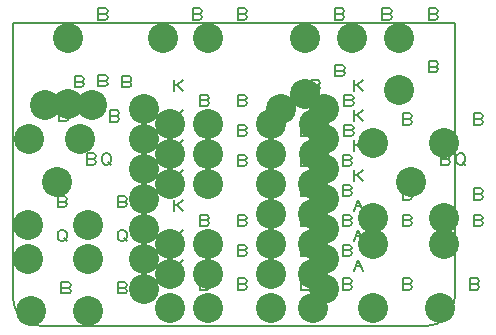
<source format=gbr>
G04 DesignSpark PCB Gerber Version 11.0 Build 5877*
G04 #@! TF.Part,Single*
G04 #@! TF.FileFunction,Drillmap*
G04 #@! TF.FilePolarity,Positive*
%FSLAX35Y35*%
%MOIN*%
%ADD12C,0.00500*%
G04 #@! TA.AperFunction,ViaPad*
%ADD25C,0.10000*%
G04 #@! TD.AperFunction*
X0Y0D02*
D02*
D12*
X56348Y32598D02*
G75*
G02*
X46348Y42598I0J10000D01*
G01*
Y133848D01*
X193848D01*
Y42598D01*
G75*
G02*
X183848Y32598I-10000J0D01*
G01*
X56348D01*
X61348Y62286D02*
Y63536D01*
X61661Y64161D01*
X61974Y64474D01*
X62598Y64786D01*
X63224D01*
X63848Y64474D01*
X64161Y64161D01*
X64474Y63536D01*
Y62286D01*
X64161Y61661D01*
X63848Y61348D01*
X63224Y61036D01*
X62598D01*
X61974Y61348D01*
X61661Y61661D01*
X61348Y62286D01*
X63536Y61974D02*
X64474Y61036D01*
X63536Y74161D02*
X64161Y73848D01*
X64474Y73224D01*
X64161Y72598D01*
X63536Y72286D01*
X61348D01*
Y76036D01*
X63536D01*
X64161Y75724D01*
X64474Y75098D01*
X64161Y74474D01*
X63536Y74161D01*
X61348D01*
X64152Y102911D02*
X64777Y102598D01*
X65090Y101974D01*
X64777Y101348D01*
X64152Y101036D01*
X61965D01*
Y104786D01*
X64152D01*
X64777Y104474D01*
X65090Y103848D01*
X64777Y103224D01*
X64152Y102911D01*
X61965D01*
X64786Y45411D02*
X65411Y45098D01*
X65724Y44474D01*
X65411Y43848D01*
X64786Y43536D01*
X62598D01*
Y47286D01*
X64786D01*
X65411Y46974D01*
X65724Y46348D01*
X65411Y45724D01*
X64786Y45411D01*
X62598D01*
X69292Y114161D02*
X69917Y113848D01*
X70230Y113224D01*
X69917Y112598D01*
X69292Y112286D01*
X67104D01*
Y116036D01*
X69292D01*
X69917Y115724D01*
X70230Y115098D01*
X69917Y114474D01*
X69292Y114161D01*
X67104D01*
X73231Y88331D02*
X73856Y88019D01*
X74169Y87394D01*
X73856Y86769D01*
X73231Y86456D01*
X71043D01*
Y90206D01*
X73231D01*
X73856Y89894D01*
X74169Y89269D01*
X73856Y88644D01*
X73231Y88331D01*
X71043D01*
X76043Y87706D02*
Y88956D01*
X76356Y89581D01*
X76669Y89894D01*
X77293Y90206D01*
X77919D01*
X78543Y89894D01*
X78856Y89581D01*
X79169Y88956D01*
Y87706D01*
X78856Y87081D01*
X78543Y86769D01*
X77919Y86456D01*
X77293D01*
X76669Y86769D01*
X76356Y87081D01*
X76043Y87706D01*
X78231Y87394D02*
X79169Y86456D01*
X77131Y114419D02*
X77757Y114107D01*
X78069Y113482D01*
X77757Y112857D01*
X77131Y112544D01*
X74944D01*
Y116294D01*
X77131D01*
X77757Y115982D01*
X78069Y115357D01*
X77757Y114732D01*
X77131Y114419D01*
X74944D01*
X77131Y136661D02*
X77757Y136348D01*
X78069Y135724D01*
X77757Y135098D01*
X77131Y134786D01*
X74944D01*
Y138536D01*
X77131D01*
X77757Y138224D01*
X78069Y137598D01*
X77757Y136974D01*
X77131Y136661D01*
X74944D01*
X81036Y102688D02*
X81661Y102375D01*
X81974Y101750D01*
X81661Y101125D01*
X81036Y100813D01*
X78848D01*
Y104563D01*
X81036D01*
X81661Y104250D01*
X81974Y103625D01*
X81661Y103000D01*
X81036Y102688D01*
X78848D01*
X83536Y45411D02*
X84161Y45098D01*
X84474Y44474D01*
X84161Y43848D01*
X83536Y43536D01*
X81348D01*
Y47286D01*
X83536D01*
X84161Y46974D01*
X84474Y46348D01*
X84161Y45724D01*
X83536Y45411D01*
X81348D01*
Y62286D02*
Y63536D01*
X81661Y64161D01*
X81974Y64474D01*
X82598Y64786D01*
X83224D01*
X83848Y64474D01*
X84161Y64161D01*
X84474Y63536D01*
Y62286D01*
X84161Y61661D01*
X83848Y61348D01*
X83224Y61036D01*
X82598D01*
X81974Y61348D01*
X81661Y61661D01*
X81348Y62286D01*
X83536Y61974D02*
X84474Y61036D01*
X83536Y74161D02*
X84161Y73848D01*
X84474Y73224D01*
X84161Y72598D01*
X83536Y72286D01*
X81348D01*
Y76036D01*
X83536D01*
X84161Y75724D01*
X84474Y75098D01*
X84161Y74474D01*
X83536Y74161D01*
X81348D01*
X85040Y114161D02*
X85665Y113848D01*
X85978Y113224D01*
X85665Y112598D01*
X85040Y112286D01*
X82852D01*
Y116036D01*
X85040D01*
X85665Y115724D01*
X85978Y115098D01*
X85665Y114474D01*
X85040Y114161D01*
X82852D01*
X100098Y51036D02*
Y54786D01*
Y52911D02*
X101036D01*
X103224Y54786D01*
X101036Y52911D02*
X103224Y51036D01*
X100098Y61036D02*
Y64786D01*
Y62911D02*
X101036D01*
X103224Y64786D01*
X101036Y62911D02*
X103224Y61036D01*
X100098Y71036D02*
Y74786D01*
Y72911D02*
X101036D01*
X103224Y74786D01*
X101036Y72911D02*
X103224Y71036D01*
X100098Y81036D02*
Y84786D01*
Y82911D02*
X101036D01*
X103224Y84786D01*
X101036Y82911D02*
X103224Y81036D01*
X100098Y91036D02*
Y94786D01*
Y92911D02*
X101036D01*
X103224Y94786D01*
X101036Y92911D02*
X103224Y91036D01*
X100098Y101036D02*
Y104786D01*
Y102911D02*
X101036D01*
X103224Y104786D01*
X101036Y102911D02*
X103224Y101036D01*
X100098Y111036D02*
Y114786D01*
Y112911D02*
X101036D01*
X103224Y114786D01*
X101036Y112911D02*
X103224Y111036D01*
X108536Y136661D02*
X109161Y136348D01*
X109474Y135724D01*
X109161Y135098D01*
X108536Y134786D01*
X106348D01*
Y138536D01*
X108536D01*
X109161Y138224D01*
X109474Y137598D01*
X109161Y136974D01*
X108536Y136661D01*
X106348D01*
X111036Y46661D02*
X111661Y46348D01*
X111974Y45724D01*
X111661Y45098D01*
X111036Y44786D01*
X108848D01*
Y48536D01*
X111036D01*
X111661Y48224D01*
X111974Y47598D01*
X111661Y46974D01*
X111036Y46661D01*
X108848D01*
X111036Y57911D02*
X111661Y57598D01*
X111974Y56974D01*
X111661Y56348D01*
X111036Y56036D01*
X108848D01*
Y59786D01*
X111036D01*
X111661Y59474D01*
X111974Y58848D01*
X111661Y58224D01*
X111036Y57911D01*
X108848D01*
X111036Y67911D02*
X111661Y67598D01*
X111974Y66974D01*
X111661Y66348D01*
X111036Y66036D01*
X108848D01*
Y69786D01*
X111036D01*
X111661Y69474D01*
X111974Y68848D01*
X111661Y68224D01*
X111036Y67911D01*
X108848D01*
X111036Y87911D02*
X111661Y87598D01*
X111974Y86974D01*
X111661Y86348D01*
X111036Y86036D01*
X108848D01*
Y89786D01*
X111036D01*
X111661Y89474D01*
X111974Y88848D01*
X111661Y88224D01*
X111036Y87911D01*
X108848D01*
X111036Y97911D02*
X111661Y97598D01*
X111974Y96974D01*
X111661Y96348D01*
X111036Y96036D01*
X108848D01*
Y99786D01*
X111036D01*
X111661Y99474D01*
X111974Y98848D01*
X111661Y98224D01*
X111036Y97911D01*
X108848D01*
X111036Y107911D02*
X111661Y107598D01*
X111974Y106974D01*
X111661Y106348D01*
X111036Y106036D01*
X108848D01*
Y109786D01*
X111036D01*
X111661Y109474D01*
X111974Y108848D01*
X111661Y108224D01*
X111036Y107911D01*
X108848D01*
X123536Y46661D02*
X124161Y46348D01*
X124474Y45724D01*
X124161Y45098D01*
X123536Y44786D01*
X121348D01*
Y48536D01*
X123536D01*
X124161Y48224D01*
X124474Y47598D01*
X124161Y46974D01*
X123536Y46661D01*
X121348D01*
X123536Y57911D02*
X124161Y57598D01*
X124474Y56974D01*
X124161Y56348D01*
X123536Y56036D01*
X121348D01*
Y59786D01*
X123536D01*
X124161Y59474D01*
X124474Y58848D01*
X124161Y58224D01*
X123536Y57911D01*
X121348D01*
X123536Y67911D02*
X124161Y67598D01*
X124474Y66974D01*
X124161Y66348D01*
X123536Y66036D01*
X121348D01*
Y69786D01*
X123536D01*
X124161Y69474D01*
X124474Y68848D01*
X124161Y68224D01*
X123536Y67911D01*
X121348D01*
X123536Y87911D02*
X124161Y87598D01*
X124474Y86974D01*
X124161Y86348D01*
X123536Y86036D01*
X121348D01*
Y89786D01*
X123536D01*
X124161Y89474D01*
X124474Y88848D01*
X124161Y88224D01*
X123536Y87911D01*
X121348D01*
X123536Y97911D02*
X124161Y97598D01*
X124474Y96974D01*
X124161Y96348D01*
X123536Y96036D01*
X121348D01*
Y99786D01*
X123536D01*
X124161Y99474D01*
X124474Y98848D01*
X124161Y98224D01*
X123536Y97911D01*
X121348D01*
X123536Y107911D02*
X124161Y107598D01*
X124474Y106974D01*
X124161Y106348D01*
X123536Y106036D01*
X121348D01*
Y109786D01*
X123536D01*
X124161Y109474D01*
X124474Y108848D01*
X124161Y108224D01*
X123536Y107911D01*
X121348D01*
X123536Y136661D02*
X124161Y136348D01*
X124474Y135724D01*
X124161Y135098D01*
X123536Y134786D01*
X121348D01*
Y138536D01*
X123536D01*
X124161Y138224D01*
X124474Y137598D01*
X124161Y136974D01*
X123536Y136661D01*
X121348D01*
X144786Y46661D02*
X145411Y46348D01*
X145724Y45724D01*
X145411Y45098D01*
X144786Y44786D01*
X142598D01*
Y48536D01*
X144786D01*
X145411Y48224D01*
X145724Y47598D01*
X145411Y46974D01*
X144786Y46661D01*
X142598D01*
X144786Y57911D02*
X145411Y57598D01*
X145724Y56974D01*
X145411Y56348D01*
X144786Y56036D01*
X142598D01*
Y59786D01*
X144786D01*
X145411Y59474D01*
X145724Y58848D01*
X145411Y58224D01*
X144786Y57911D01*
X142598D01*
X144786Y67911D02*
X145411Y67598D01*
X145724Y66974D01*
X145411Y66348D01*
X144786Y66036D01*
X142598D01*
Y69786D01*
X144786D01*
X145411Y69474D01*
X145724Y68848D01*
X145411Y68224D01*
X144786Y67911D01*
X142598D01*
X144786Y77911D02*
X145411Y77598D01*
X145724Y76974D01*
X145411Y76348D01*
X144786Y76036D01*
X142598D01*
Y79786D01*
X144786D01*
X145411Y79474D01*
X145724Y78848D01*
X145411Y78224D01*
X144786Y77911D01*
X142598D01*
X144786Y87911D02*
X145411Y87598D01*
X145724Y86974D01*
X145411Y86348D01*
X144786Y86036D01*
X142598D01*
Y89786D01*
X144786D01*
X145411Y89474D01*
X145724Y88848D01*
X145411Y88224D01*
X144786Y87911D01*
X142598D01*
X144786Y97911D02*
X145411Y97598D01*
X145724Y96974D01*
X145411Y96348D01*
X144786Y96036D01*
X142598D01*
Y99786D01*
X144786D01*
X145411Y99474D01*
X145724Y98848D01*
X145411Y98224D01*
X144786Y97911D01*
X142598D01*
X144786Y107911D02*
X145411Y107598D01*
X145724Y106974D01*
X145411Y106348D01*
X144786Y106036D01*
X142598D01*
Y109786D01*
X144786D01*
X145411Y109474D01*
X145724Y108848D01*
X145411Y108224D01*
X144786Y107911D01*
X142598D01*
X148032Y112911D02*
X148657Y112598D01*
X148970Y111974D01*
X148657Y111348D01*
X148032Y111036D01*
X145844D01*
Y114786D01*
X148032D01*
X148657Y114474D01*
X148970Y113848D01*
X148657Y113224D01*
X148032Y112911D01*
X145844D01*
X156036Y136661D02*
X156661Y136348D01*
X156974Y135724D01*
X156661Y135098D01*
X156036Y134786D01*
X153848D01*
Y138536D01*
X156036D01*
X156661Y138224D01*
X156974Y137598D01*
X156661Y136974D01*
X156036Y136661D01*
X153848D01*
X156132Y117789D02*
X156757Y117476D01*
X157070Y116852D01*
X156757Y116226D01*
X156132Y115914D01*
X153944D01*
Y119664D01*
X156132D01*
X156757Y119352D01*
X157070Y118726D01*
X156757Y118102D01*
X156132Y117789D01*
X153944D01*
X158536Y46661D02*
X159161Y46348D01*
X159474Y45724D01*
X159161Y45098D01*
X158536Y44786D01*
X156348D01*
Y48536D01*
X158536D01*
X159161Y48224D01*
X159474Y47598D01*
X159161Y46974D01*
X158536Y46661D01*
X156348D01*
X158536Y57911D02*
X159161Y57598D01*
X159474Y56974D01*
X159161Y56348D01*
X158536Y56036D01*
X156348D01*
Y59786D01*
X158536D01*
X159161Y59474D01*
X159474Y58848D01*
X159161Y58224D01*
X158536Y57911D01*
X156348D01*
X158536Y67911D02*
X159161Y67598D01*
X159474Y66974D01*
X159161Y66348D01*
X158536Y66036D01*
X156348D01*
Y69786D01*
X158536D01*
X159161Y69474D01*
X159474Y68848D01*
X159161Y68224D01*
X158536Y67911D01*
X156348D01*
X158536Y77911D02*
X159161Y77598D01*
X159474Y76974D01*
X159161Y76348D01*
X158536Y76036D01*
X156348D01*
Y79786D01*
X158536D01*
X159161Y79474D01*
X159474Y78848D01*
X159161Y78224D01*
X158536Y77911D01*
X156348D01*
X158536Y87911D02*
X159161Y87598D01*
X159474Y86974D01*
X159161Y86348D01*
X158536Y86036D01*
X156348D01*
Y89786D01*
X158536D01*
X159161Y89474D01*
X159474Y88848D01*
X159161Y88224D01*
X158536Y87911D01*
X156348D01*
X159127Y97911D02*
X159752Y97598D01*
X160065Y96974D01*
X159752Y96348D01*
X159127Y96036D01*
X156940D01*
Y99786D01*
X159127D01*
X159752Y99474D01*
X160065Y98848D01*
X159752Y98224D01*
X159127Y97911D01*
X156940D01*
X159127Y107911D02*
X159752Y107598D01*
X160065Y106974D01*
X159752Y106348D01*
X159127Y106036D01*
X156940D01*
Y109786D01*
X159127D01*
X159752Y109474D01*
X160065Y108848D01*
X159752Y108224D01*
X159127Y107911D01*
X156940D01*
X160098Y51036D02*
X161661Y54786D01*
X163224Y51036D01*
X160724Y52598D02*
X162598D01*
X160098Y61036D02*
X161661Y64786D01*
X163224Y61036D01*
X160724Y62598D02*
X162598D01*
X160098Y71036D02*
X161661Y74786D01*
X163224Y71036D01*
X160724Y72598D02*
X162598D01*
X160098Y81036D02*
Y84786D01*
Y82911D02*
X161036D01*
X163224Y84786D01*
X161036Y82911D02*
X163224Y81036D01*
X160098Y91036D02*
Y94786D01*
Y92911D02*
X161036D01*
X163224Y94786D01*
X161036Y92911D02*
X163224Y91036D01*
X160098Y101036D02*
Y104786D01*
Y102911D02*
X161036D01*
X163224Y104786D01*
X161036Y102911D02*
X163224Y101036D01*
X160098Y111036D02*
Y114786D01*
Y112911D02*
X161036D01*
X163224Y114786D01*
X161036Y112911D02*
X163224Y111036D01*
X171732Y136661D02*
X172357Y136348D01*
X172670Y135724D01*
X172357Y135098D01*
X171732Y134786D01*
X169545D01*
Y138536D01*
X171732D01*
X172357Y138224D01*
X172670Y137598D01*
X172357Y136974D01*
X171732Y136661D01*
X169545D01*
X178536Y46661D02*
X179161Y46348D01*
X179474Y45724D01*
X179161Y45098D01*
X178536Y44786D01*
X176348D01*
Y48536D01*
X178536D01*
X179161Y48224D01*
X179474Y47598D01*
X179161Y46974D01*
X178536Y46661D01*
X176348D01*
X178536Y67911D02*
X179161Y67598D01*
X179474Y66974D01*
X179161Y66348D01*
X178536Y66036D01*
X176348D01*
Y69786D01*
X178536D01*
X179161Y69474D01*
X179474Y68848D01*
X179161Y68224D01*
X178536Y67911D01*
X176348D01*
X178536Y76661D02*
X179161Y76348D01*
X179474Y75724D01*
X179161Y75098D01*
X178536Y74786D01*
X176348D01*
Y78536D01*
X178536D01*
X179161Y78224D01*
X179474Y77598D01*
X179161Y76974D01*
X178536Y76661D01*
X176348D01*
X178536Y101661D02*
X179161Y101348D01*
X179474Y100724D01*
X179161Y100098D01*
X178536Y99786D01*
X176348D01*
Y103536D01*
X178536D01*
X179161Y103224D01*
X179474Y102598D01*
X179161Y101974D01*
X178536Y101661D01*
X176348D01*
X187286Y136661D02*
X187911Y136348D01*
X188224Y135724D01*
X187911Y135098D01*
X187286Y134786D01*
X185098D01*
Y138536D01*
X187286D01*
X187911Y138224D01*
X188224Y137598D01*
X187911Y136974D01*
X187286Y136661D01*
X185098D01*
X187333Y119161D02*
X187958Y118848D01*
X188270Y118224D01*
X187958Y117598D01*
X187333Y117286D01*
X185145D01*
Y121036D01*
X187333D01*
X187958Y120724D01*
X188270Y120098D01*
X187958Y119474D01*
X187333Y119161D01*
X185145D01*
X191341Y88331D02*
X191966Y88019D01*
X192279Y87394D01*
X191966Y86769D01*
X191341Y86456D01*
X189154D01*
Y90206D01*
X191341D01*
X191966Y89894D01*
X192279Y89269D01*
X191966Y88644D01*
X191341Y88331D01*
X189154D01*
X194154Y87706D02*
Y88956D01*
X194466Y89581D01*
X194779Y89894D01*
X195404Y90206D01*
X196029D01*
X196654Y89894D01*
X196966Y89581D01*
X197279Y88956D01*
Y87706D01*
X196966Y87081D01*
X196654Y86769D01*
X196029Y86456D01*
X195404D01*
X194779Y86769D01*
X194466Y87081D01*
X194154Y87706D01*
X196341Y87394D02*
X197279Y86456D01*
X201036Y46661D02*
X201661Y46348D01*
X201974Y45724D01*
X201661Y45098D01*
X201036Y44786D01*
X198848D01*
Y48536D01*
X201036D01*
X201661Y48224D01*
X201974Y47598D01*
X201661Y46974D01*
X201036Y46661D01*
X198848D01*
X202286Y67911D02*
X202911Y67598D01*
X203224Y66974D01*
X202911Y66348D01*
X202286Y66036D01*
X200098D01*
Y69786D01*
X202286D01*
X202911Y69474D01*
X203224Y68848D01*
X202911Y68224D01*
X202286Y67911D01*
X200098D01*
X202286Y76661D02*
X202911Y76348D01*
X203224Y75724D01*
X202911Y75098D01*
X202286Y74786D01*
X200098D01*
Y78536D01*
X202286D01*
X202911Y78224D01*
X203224Y77598D01*
X202911Y76974D01*
X202286Y76661D01*
X200098D01*
X202286Y101661D02*
X202911Y101348D01*
X203224Y100724D01*
X202911Y100098D01*
X202286Y99786D01*
X200098D01*
Y103536D01*
X202286D01*
X202911Y103224D01*
X203224Y102598D01*
X202911Y101974D01*
X202286Y101661D01*
X200098D01*
D02*
D25*
X51348Y55098D03*
Y66348D03*
X51965Y95098D03*
X52598Y37598D03*
X57104Y106348D03*
X61043Y80519D03*
X64944Y106607D03*
Y128848D03*
X68848Y94875D03*
X71348Y37598D03*
Y55098D03*
Y66348D03*
X72852Y106348D03*
X90098Y45098D03*
Y55098D03*
Y65098D03*
Y75098D03*
Y85098D03*
Y95098D03*
Y105098D03*
X96348Y128848D03*
X98848Y38848D03*
Y50098D03*
Y60098D03*
Y80098D03*
Y90098D03*
Y100098D03*
X111348Y38848D03*
Y50098D03*
Y60098D03*
Y80098D03*
Y90098D03*
Y100098D03*
Y128848D03*
X132598Y38848D03*
Y50098D03*
Y60098D03*
Y70098D03*
Y80098D03*
Y90098D03*
Y100098D03*
X135844Y105098D03*
X143848Y128848D03*
X143944Y109976D03*
X146348Y38848D03*
Y50098D03*
Y60098D03*
Y70098D03*
Y80098D03*
X146940Y90098D03*
Y100098D03*
X150098Y45098D03*
Y55098D03*
Y65098D03*
Y75098D03*
Y85098D03*
Y95098D03*
Y105098D03*
X159545Y128848D03*
X166348Y38848D03*
Y60098D03*
Y68848D03*
Y93848D03*
X175098Y128848D03*
X175145Y111348D03*
X179154Y80519D03*
X188848Y38848D03*
X190098Y60098D03*
Y68848D03*
Y93848D03*
X0Y0D02*
M02*

</source>
